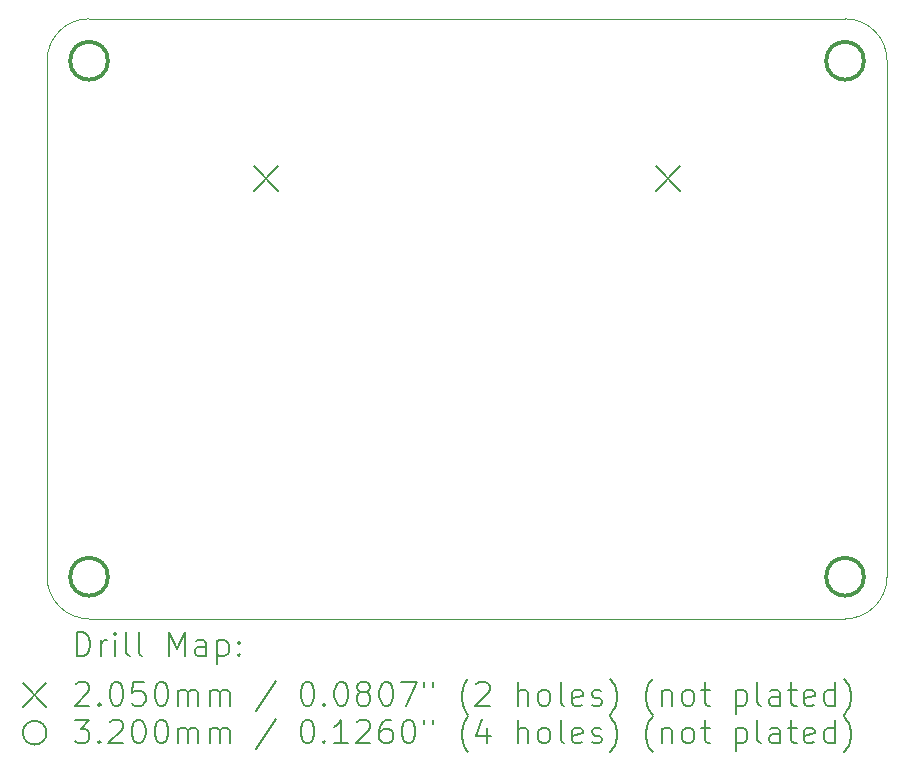
<source format=gbr>
%FSLAX45Y45*%
G04 Gerber Fmt 4.5, Leading zero omitted, Abs format (unit mm)*
G04 Created by KiCad (PCBNEW (6.0.0)) date 2022-08-18 21:48:34*
%MOMM*%
%LPD*%
G01*
G04 APERTURE LIST*
%TA.AperFunction,Profile*%
%ADD10C,0.100000*%
%TD*%
%ADD11C,0.200000*%
%ADD12C,0.205000*%
%ADD13C,0.320000*%
G04 APERTURE END LIST*
D10*
X15900400Y-8128000D02*
X9499600Y-8128000D01*
X16256000Y-3403600D02*
X16256000Y-7772400D01*
X9144000Y-7772400D02*
G75*
G03*
X9499600Y-8128000I355600J0D01*
G01*
X16256000Y-3403600D02*
G75*
G03*
X15900400Y-3048000I-355600J0D01*
G01*
X9144000Y-7772400D02*
X9144000Y-3403600D01*
X15900400Y-8128000D02*
G75*
G03*
X16256000Y-7772400I0J355600D01*
G01*
X9499600Y-3048000D02*
G75*
G03*
X9144000Y-3403600I0J-355600D01*
G01*
X9499600Y-3048000D02*
X15900400Y-3048000D01*
D11*
D12*
X10897500Y-4298800D02*
X11102500Y-4503800D01*
X11102500Y-4298800D02*
X10897500Y-4503800D01*
X14297500Y-4298800D02*
X14502500Y-4503800D01*
X14502500Y-4298800D02*
X14297500Y-4503800D01*
D13*
X9659600Y-3403600D02*
G75*
G03*
X9659600Y-3403600I-160000J0D01*
G01*
X9659600Y-7772400D02*
G75*
G03*
X9659600Y-7772400I-160000J0D01*
G01*
X16060400Y-3403600D02*
G75*
G03*
X16060400Y-3403600I-160000J0D01*
G01*
X16060400Y-7772400D02*
G75*
G03*
X16060400Y-7772400I-160000J0D01*
G01*
D11*
X9396619Y-8443476D02*
X9396619Y-8243476D01*
X9444238Y-8243476D01*
X9472810Y-8253000D01*
X9491857Y-8272048D01*
X9501381Y-8291095D01*
X9510905Y-8329190D01*
X9510905Y-8357762D01*
X9501381Y-8395857D01*
X9491857Y-8414905D01*
X9472810Y-8433952D01*
X9444238Y-8443476D01*
X9396619Y-8443476D01*
X9596619Y-8443476D02*
X9596619Y-8310143D01*
X9596619Y-8348238D02*
X9606143Y-8329190D01*
X9615667Y-8319667D01*
X9634714Y-8310143D01*
X9653762Y-8310143D01*
X9720429Y-8443476D02*
X9720429Y-8310143D01*
X9720429Y-8243476D02*
X9710905Y-8253000D01*
X9720429Y-8262524D01*
X9729952Y-8253000D01*
X9720429Y-8243476D01*
X9720429Y-8262524D01*
X9844238Y-8443476D02*
X9825190Y-8433952D01*
X9815667Y-8414905D01*
X9815667Y-8243476D01*
X9949000Y-8443476D02*
X9929952Y-8433952D01*
X9920429Y-8414905D01*
X9920429Y-8243476D01*
X10177571Y-8443476D02*
X10177571Y-8243476D01*
X10244238Y-8386333D01*
X10310905Y-8243476D01*
X10310905Y-8443476D01*
X10491857Y-8443476D02*
X10491857Y-8338714D01*
X10482333Y-8319667D01*
X10463286Y-8310143D01*
X10425190Y-8310143D01*
X10406143Y-8319667D01*
X10491857Y-8433952D02*
X10472810Y-8443476D01*
X10425190Y-8443476D01*
X10406143Y-8433952D01*
X10396619Y-8414905D01*
X10396619Y-8395857D01*
X10406143Y-8376809D01*
X10425190Y-8367286D01*
X10472810Y-8367286D01*
X10491857Y-8357762D01*
X10587095Y-8310143D02*
X10587095Y-8510143D01*
X10587095Y-8319667D02*
X10606143Y-8310143D01*
X10644238Y-8310143D01*
X10663286Y-8319667D01*
X10672810Y-8329190D01*
X10682333Y-8348238D01*
X10682333Y-8405381D01*
X10672810Y-8424429D01*
X10663286Y-8433952D01*
X10644238Y-8443476D01*
X10606143Y-8443476D01*
X10587095Y-8433952D01*
X10768048Y-8424429D02*
X10777571Y-8433952D01*
X10768048Y-8443476D01*
X10758524Y-8433952D01*
X10768048Y-8424429D01*
X10768048Y-8443476D01*
X10768048Y-8319667D02*
X10777571Y-8329190D01*
X10768048Y-8338714D01*
X10758524Y-8329190D01*
X10768048Y-8319667D01*
X10768048Y-8338714D01*
X8939000Y-8673000D02*
X9139000Y-8873000D01*
X9139000Y-8673000D02*
X8939000Y-8873000D01*
X9387095Y-8682524D02*
X9396619Y-8673000D01*
X9415667Y-8663476D01*
X9463286Y-8663476D01*
X9482333Y-8673000D01*
X9491857Y-8682524D01*
X9501381Y-8701571D01*
X9501381Y-8720619D01*
X9491857Y-8749190D01*
X9377571Y-8863476D01*
X9501381Y-8863476D01*
X9587095Y-8844429D02*
X9596619Y-8853952D01*
X9587095Y-8863476D01*
X9577571Y-8853952D01*
X9587095Y-8844429D01*
X9587095Y-8863476D01*
X9720429Y-8663476D02*
X9739476Y-8663476D01*
X9758524Y-8673000D01*
X9768048Y-8682524D01*
X9777571Y-8701571D01*
X9787095Y-8739667D01*
X9787095Y-8787286D01*
X9777571Y-8825381D01*
X9768048Y-8844429D01*
X9758524Y-8853952D01*
X9739476Y-8863476D01*
X9720429Y-8863476D01*
X9701381Y-8853952D01*
X9691857Y-8844429D01*
X9682333Y-8825381D01*
X9672810Y-8787286D01*
X9672810Y-8739667D01*
X9682333Y-8701571D01*
X9691857Y-8682524D01*
X9701381Y-8673000D01*
X9720429Y-8663476D01*
X9968048Y-8663476D02*
X9872810Y-8663476D01*
X9863286Y-8758714D01*
X9872810Y-8749190D01*
X9891857Y-8739667D01*
X9939476Y-8739667D01*
X9958524Y-8749190D01*
X9968048Y-8758714D01*
X9977571Y-8777762D01*
X9977571Y-8825381D01*
X9968048Y-8844429D01*
X9958524Y-8853952D01*
X9939476Y-8863476D01*
X9891857Y-8863476D01*
X9872810Y-8853952D01*
X9863286Y-8844429D01*
X10101381Y-8663476D02*
X10120429Y-8663476D01*
X10139476Y-8673000D01*
X10149000Y-8682524D01*
X10158524Y-8701571D01*
X10168048Y-8739667D01*
X10168048Y-8787286D01*
X10158524Y-8825381D01*
X10149000Y-8844429D01*
X10139476Y-8853952D01*
X10120429Y-8863476D01*
X10101381Y-8863476D01*
X10082333Y-8853952D01*
X10072810Y-8844429D01*
X10063286Y-8825381D01*
X10053762Y-8787286D01*
X10053762Y-8739667D01*
X10063286Y-8701571D01*
X10072810Y-8682524D01*
X10082333Y-8673000D01*
X10101381Y-8663476D01*
X10253762Y-8863476D02*
X10253762Y-8730143D01*
X10253762Y-8749190D02*
X10263286Y-8739667D01*
X10282333Y-8730143D01*
X10310905Y-8730143D01*
X10329952Y-8739667D01*
X10339476Y-8758714D01*
X10339476Y-8863476D01*
X10339476Y-8758714D02*
X10349000Y-8739667D01*
X10368048Y-8730143D01*
X10396619Y-8730143D01*
X10415667Y-8739667D01*
X10425190Y-8758714D01*
X10425190Y-8863476D01*
X10520429Y-8863476D02*
X10520429Y-8730143D01*
X10520429Y-8749190D02*
X10529952Y-8739667D01*
X10549000Y-8730143D01*
X10577571Y-8730143D01*
X10596619Y-8739667D01*
X10606143Y-8758714D01*
X10606143Y-8863476D01*
X10606143Y-8758714D02*
X10615667Y-8739667D01*
X10634714Y-8730143D01*
X10663286Y-8730143D01*
X10682333Y-8739667D01*
X10691857Y-8758714D01*
X10691857Y-8863476D01*
X11082333Y-8653952D02*
X10910905Y-8911095D01*
X11339476Y-8663476D02*
X11358524Y-8663476D01*
X11377571Y-8673000D01*
X11387095Y-8682524D01*
X11396619Y-8701571D01*
X11406143Y-8739667D01*
X11406143Y-8787286D01*
X11396619Y-8825381D01*
X11387095Y-8844429D01*
X11377571Y-8853952D01*
X11358524Y-8863476D01*
X11339476Y-8863476D01*
X11320428Y-8853952D01*
X11310905Y-8844429D01*
X11301381Y-8825381D01*
X11291857Y-8787286D01*
X11291857Y-8739667D01*
X11301381Y-8701571D01*
X11310905Y-8682524D01*
X11320428Y-8673000D01*
X11339476Y-8663476D01*
X11491857Y-8844429D02*
X11501381Y-8853952D01*
X11491857Y-8863476D01*
X11482333Y-8853952D01*
X11491857Y-8844429D01*
X11491857Y-8863476D01*
X11625190Y-8663476D02*
X11644238Y-8663476D01*
X11663286Y-8673000D01*
X11672809Y-8682524D01*
X11682333Y-8701571D01*
X11691857Y-8739667D01*
X11691857Y-8787286D01*
X11682333Y-8825381D01*
X11672809Y-8844429D01*
X11663286Y-8853952D01*
X11644238Y-8863476D01*
X11625190Y-8863476D01*
X11606143Y-8853952D01*
X11596619Y-8844429D01*
X11587095Y-8825381D01*
X11577571Y-8787286D01*
X11577571Y-8739667D01*
X11587095Y-8701571D01*
X11596619Y-8682524D01*
X11606143Y-8673000D01*
X11625190Y-8663476D01*
X11806143Y-8749190D02*
X11787095Y-8739667D01*
X11777571Y-8730143D01*
X11768048Y-8711095D01*
X11768048Y-8701571D01*
X11777571Y-8682524D01*
X11787095Y-8673000D01*
X11806143Y-8663476D01*
X11844238Y-8663476D01*
X11863286Y-8673000D01*
X11872809Y-8682524D01*
X11882333Y-8701571D01*
X11882333Y-8711095D01*
X11872809Y-8730143D01*
X11863286Y-8739667D01*
X11844238Y-8749190D01*
X11806143Y-8749190D01*
X11787095Y-8758714D01*
X11777571Y-8768238D01*
X11768048Y-8787286D01*
X11768048Y-8825381D01*
X11777571Y-8844429D01*
X11787095Y-8853952D01*
X11806143Y-8863476D01*
X11844238Y-8863476D01*
X11863286Y-8853952D01*
X11872809Y-8844429D01*
X11882333Y-8825381D01*
X11882333Y-8787286D01*
X11872809Y-8768238D01*
X11863286Y-8758714D01*
X11844238Y-8749190D01*
X12006143Y-8663476D02*
X12025190Y-8663476D01*
X12044238Y-8673000D01*
X12053762Y-8682524D01*
X12063286Y-8701571D01*
X12072809Y-8739667D01*
X12072809Y-8787286D01*
X12063286Y-8825381D01*
X12053762Y-8844429D01*
X12044238Y-8853952D01*
X12025190Y-8863476D01*
X12006143Y-8863476D01*
X11987095Y-8853952D01*
X11977571Y-8844429D01*
X11968048Y-8825381D01*
X11958524Y-8787286D01*
X11958524Y-8739667D01*
X11968048Y-8701571D01*
X11977571Y-8682524D01*
X11987095Y-8673000D01*
X12006143Y-8663476D01*
X12139476Y-8663476D02*
X12272809Y-8663476D01*
X12187095Y-8863476D01*
X12339476Y-8663476D02*
X12339476Y-8701571D01*
X12415667Y-8663476D02*
X12415667Y-8701571D01*
X12710905Y-8939667D02*
X12701381Y-8930143D01*
X12682333Y-8901571D01*
X12672809Y-8882524D01*
X12663286Y-8853952D01*
X12653762Y-8806333D01*
X12653762Y-8768238D01*
X12663286Y-8720619D01*
X12672809Y-8692048D01*
X12682333Y-8673000D01*
X12701381Y-8644429D01*
X12710905Y-8634905D01*
X12777571Y-8682524D02*
X12787095Y-8673000D01*
X12806143Y-8663476D01*
X12853762Y-8663476D01*
X12872809Y-8673000D01*
X12882333Y-8682524D01*
X12891857Y-8701571D01*
X12891857Y-8720619D01*
X12882333Y-8749190D01*
X12768048Y-8863476D01*
X12891857Y-8863476D01*
X13129952Y-8863476D02*
X13129952Y-8663476D01*
X13215667Y-8863476D02*
X13215667Y-8758714D01*
X13206143Y-8739667D01*
X13187095Y-8730143D01*
X13158524Y-8730143D01*
X13139476Y-8739667D01*
X13129952Y-8749190D01*
X13339476Y-8863476D02*
X13320428Y-8853952D01*
X13310905Y-8844429D01*
X13301381Y-8825381D01*
X13301381Y-8768238D01*
X13310905Y-8749190D01*
X13320428Y-8739667D01*
X13339476Y-8730143D01*
X13368048Y-8730143D01*
X13387095Y-8739667D01*
X13396619Y-8749190D01*
X13406143Y-8768238D01*
X13406143Y-8825381D01*
X13396619Y-8844429D01*
X13387095Y-8853952D01*
X13368048Y-8863476D01*
X13339476Y-8863476D01*
X13520428Y-8863476D02*
X13501381Y-8853952D01*
X13491857Y-8834905D01*
X13491857Y-8663476D01*
X13672809Y-8853952D02*
X13653762Y-8863476D01*
X13615667Y-8863476D01*
X13596619Y-8853952D01*
X13587095Y-8834905D01*
X13587095Y-8758714D01*
X13596619Y-8739667D01*
X13615667Y-8730143D01*
X13653762Y-8730143D01*
X13672809Y-8739667D01*
X13682333Y-8758714D01*
X13682333Y-8777762D01*
X13587095Y-8796810D01*
X13758524Y-8853952D02*
X13777571Y-8863476D01*
X13815667Y-8863476D01*
X13834714Y-8853952D01*
X13844238Y-8834905D01*
X13844238Y-8825381D01*
X13834714Y-8806333D01*
X13815667Y-8796810D01*
X13787095Y-8796810D01*
X13768048Y-8787286D01*
X13758524Y-8768238D01*
X13758524Y-8758714D01*
X13768048Y-8739667D01*
X13787095Y-8730143D01*
X13815667Y-8730143D01*
X13834714Y-8739667D01*
X13910905Y-8939667D02*
X13920428Y-8930143D01*
X13939476Y-8901571D01*
X13949000Y-8882524D01*
X13958524Y-8853952D01*
X13968048Y-8806333D01*
X13968048Y-8768238D01*
X13958524Y-8720619D01*
X13949000Y-8692048D01*
X13939476Y-8673000D01*
X13920428Y-8644429D01*
X13910905Y-8634905D01*
X14272809Y-8939667D02*
X14263286Y-8930143D01*
X14244238Y-8901571D01*
X14234714Y-8882524D01*
X14225190Y-8853952D01*
X14215667Y-8806333D01*
X14215667Y-8768238D01*
X14225190Y-8720619D01*
X14234714Y-8692048D01*
X14244238Y-8673000D01*
X14263286Y-8644429D01*
X14272809Y-8634905D01*
X14349000Y-8730143D02*
X14349000Y-8863476D01*
X14349000Y-8749190D02*
X14358524Y-8739667D01*
X14377571Y-8730143D01*
X14406143Y-8730143D01*
X14425190Y-8739667D01*
X14434714Y-8758714D01*
X14434714Y-8863476D01*
X14558524Y-8863476D02*
X14539476Y-8853952D01*
X14529952Y-8844429D01*
X14520428Y-8825381D01*
X14520428Y-8768238D01*
X14529952Y-8749190D01*
X14539476Y-8739667D01*
X14558524Y-8730143D01*
X14587095Y-8730143D01*
X14606143Y-8739667D01*
X14615667Y-8749190D01*
X14625190Y-8768238D01*
X14625190Y-8825381D01*
X14615667Y-8844429D01*
X14606143Y-8853952D01*
X14587095Y-8863476D01*
X14558524Y-8863476D01*
X14682333Y-8730143D02*
X14758524Y-8730143D01*
X14710905Y-8663476D02*
X14710905Y-8834905D01*
X14720428Y-8853952D01*
X14739476Y-8863476D01*
X14758524Y-8863476D01*
X14977571Y-8730143D02*
X14977571Y-8930143D01*
X14977571Y-8739667D02*
X14996619Y-8730143D01*
X15034714Y-8730143D01*
X15053762Y-8739667D01*
X15063286Y-8749190D01*
X15072809Y-8768238D01*
X15072809Y-8825381D01*
X15063286Y-8844429D01*
X15053762Y-8853952D01*
X15034714Y-8863476D01*
X14996619Y-8863476D01*
X14977571Y-8853952D01*
X15187095Y-8863476D02*
X15168048Y-8853952D01*
X15158524Y-8834905D01*
X15158524Y-8663476D01*
X15349000Y-8863476D02*
X15349000Y-8758714D01*
X15339476Y-8739667D01*
X15320428Y-8730143D01*
X15282333Y-8730143D01*
X15263286Y-8739667D01*
X15349000Y-8853952D02*
X15329952Y-8863476D01*
X15282333Y-8863476D01*
X15263286Y-8853952D01*
X15253762Y-8834905D01*
X15253762Y-8815857D01*
X15263286Y-8796810D01*
X15282333Y-8787286D01*
X15329952Y-8787286D01*
X15349000Y-8777762D01*
X15415667Y-8730143D02*
X15491857Y-8730143D01*
X15444238Y-8663476D02*
X15444238Y-8834905D01*
X15453762Y-8853952D01*
X15472809Y-8863476D01*
X15491857Y-8863476D01*
X15634714Y-8853952D02*
X15615667Y-8863476D01*
X15577571Y-8863476D01*
X15558524Y-8853952D01*
X15549000Y-8834905D01*
X15549000Y-8758714D01*
X15558524Y-8739667D01*
X15577571Y-8730143D01*
X15615667Y-8730143D01*
X15634714Y-8739667D01*
X15644238Y-8758714D01*
X15644238Y-8777762D01*
X15549000Y-8796810D01*
X15815667Y-8863476D02*
X15815667Y-8663476D01*
X15815667Y-8853952D02*
X15796619Y-8863476D01*
X15758524Y-8863476D01*
X15739476Y-8853952D01*
X15729952Y-8844429D01*
X15720428Y-8825381D01*
X15720428Y-8768238D01*
X15729952Y-8749190D01*
X15739476Y-8739667D01*
X15758524Y-8730143D01*
X15796619Y-8730143D01*
X15815667Y-8739667D01*
X15891857Y-8939667D02*
X15901381Y-8930143D01*
X15920428Y-8901571D01*
X15929952Y-8882524D01*
X15939476Y-8853952D01*
X15949000Y-8806333D01*
X15949000Y-8768238D01*
X15939476Y-8720619D01*
X15929952Y-8692048D01*
X15920428Y-8673000D01*
X15901381Y-8644429D01*
X15891857Y-8634905D01*
X9139000Y-9093000D02*
G75*
G03*
X9139000Y-9093000I-100000J0D01*
G01*
X9377571Y-8983476D02*
X9501381Y-8983476D01*
X9434714Y-9059667D01*
X9463286Y-9059667D01*
X9482333Y-9069190D01*
X9491857Y-9078714D01*
X9501381Y-9097762D01*
X9501381Y-9145381D01*
X9491857Y-9164429D01*
X9482333Y-9173952D01*
X9463286Y-9183476D01*
X9406143Y-9183476D01*
X9387095Y-9173952D01*
X9377571Y-9164429D01*
X9587095Y-9164429D02*
X9596619Y-9173952D01*
X9587095Y-9183476D01*
X9577571Y-9173952D01*
X9587095Y-9164429D01*
X9587095Y-9183476D01*
X9672810Y-9002524D02*
X9682333Y-8993000D01*
X9701381Y-8983476D01*
X9749000Y-8983476D01*
X9768048Y-8993000D01*
X9777571Y-9002524D01*
X9787095Y-9021571D01*
X9787095Y-9040619D01*
X9777571Y-9069190D01*
X9663286Y-9183476D01*
X9787095Y-9183476D01*
X9910905Y-8983476D02*
X9929952Y-8983476D01*
X9949000Y-8993000D01*
X9958524Y-9002524D01*
X9968048Y-9021571D01*
X9977571Y-9059667D01*
X9977571Y-9107286D01*
X9968048Y-9145381D01*
X9958524Y-9164429D01*
X9949000Y-9173952D01*
X9929952Y-9183476D01*
X9910905Y-9183476D01*
X9891857Y-9173952D01*
X9882333Y-9164429D01*
X9872810Y-9145381D01*
X9863286Y-9107286D01*
X9863286Y-9059667D01*
X9872810Y-9021571D01*
X9882333Y-9002524D01*
X9891857Y-8993000D01*
X9910905Y-8983476D01*
X10101381Y-8983476D02*
X10120429Y-8983476D01*
X10139476Y-8993000D01*
X10149000Y-9002524D01*
X10158524Y-9021571D01*
X10168048Y-9059667D01*
X10168048Y-9107286D01*
X10158524Y-9145381D01*
X10149000Y-9164429D01*
X10139476Y-9173952D01*
X10120429Y-9183476D01*
X10101381Y-9183476D01*
X10082333Y-9173952D01*
X10072810Y-9164429D01*
X10063286Y-9145381D01*
X10053762Y-9107286D01*
X10053762Y-9059667D01*
X10063286Y-9021571D01*
X10072810Y-9002524D01*
X10082333Y-8993000D01*
X10101381Y-8983476D01*
X10253762Y-9183476D02*
X10253762Y-9050143D01*
X10253762Y-9069190D02*
X10263286Y-9059667D01*
X10282333Y-9050143D01*
X10310905Y-9050143D01*
X10329952Y-9059667D01*
X10339476Y-9078714D01*
X10339476Y-9183476D01*
X10339476Y-9078714D02*
X10349000Y-9059667D01*
X10368048Y-9050143D01*
X10396619Y-9050143D01*
X10415667Y-9059667D01*
X10425190Y-9078714D01*
X10425190Y-9183476D01*
X10520429Y-9183476D02*
X10520429Y-9050143D01*
X10520429Y-9069190D02*
X10529952Y-9059667D01*
X10549000Y-9050143D01*
X10577571Y-9050143D01*
X10596619Y-9059667D01*
X10606143Y-9078714D01*
X10606143Y-9183476D01*
X10606143Y-9078714D02*
X10615667Y-9059667D01*
X10634714Y-9050143D01*
X10663286Y-9050143D01*
X10682333Y-9059667D01*
X10691857Y-9078714D01*
X10691857Y-9183476D01*
X11082333Y-8973952D02*
X10910905Y-9231095D01*
X11339476Y-8983476D02*
X11358524Y-8983476D01*
X11377571Y-8993000D01*
X11387095Y-9002524D01*
X11396619Y-9021571D01*
X11406143Y-9059667D01*
X11406143Y-9107286D01*
X11396619Y-9145381D01*
X11387095Y-9164429D01*
X11377571Y-9173952D01*
X11358524Y-9183476D01*
X11339476Y-9183476D01*
X11320428Y-9173952D01*
X11310905Y-9164429D01*
X11301381Y-9145381D01*
X11291857Y-9107286D01*
X11291857Y-9059667D01*
X11301381Y-9021571D01*
X11310905Y-9002524D01*
X11320428Y-8993000D01*
X11339476Y-8983476D01*
X11491857Y-9164429D02*
X11501381Y-9173952D01*
X11491857Y-9183476D01*
X11482333Y-9173952D01*
X11491857Y-9164429D01*
X11491857Y-9183476D01*
X11691857Y-9183476D02*
X11577571Y-9183476D01*
X11634714Y-9183476D02*
X11634714Y-8983476D01*
X11615667Y-9012048D01*
X11596619Y-9031095D01*
X11577571Y-9040619D01*
X11768048Y-9002524D02*
X11777571Y-8993000D01*
X11796619Y-8983476D01*
X11844238Y-8983476D01*
X11863286Y-8993000D01*
X11872809Y-9002524D01*
X11882333Y-9021571D01*
X11882333Y-9040619D01*
X11872809Y-9069190D01*
X11758524Y-9183476D01*
X11882333Y-9183476D01*
X12053762Y-8983476D02*
X12015667Y-8983476D01*
X11996619Y-8993000D01*
X11987095Y-9002524D01*
X11968048Y-9031095D01*
X11958524Y-9069190D01*
X11958524Y-9145381D01*
X11968048Y-9164429D01*
X11977571Y-9173952D01*
X11996619Y-9183476D01*
X12034714Y-9183476D01*
X12053762Y-9173952D01*
X12063286Y-9164429D01*
X12072809Y-9145381D01*
X12072809Y-9097762D01*
X12063286Y-9078714D01*
X12053762Y-9069190D01*
X12034714Y-9059667D01*
X11996619Y-9059667D01*
X11977571Y-9069190D01*
X11968048Y-9078714D01*
X11958524Y-9097762D01*
X12196619Y-8983476D02*
X12215667Y-8983476D01*
X12234714Y-8993000D01*
X12244238Y-9002524D01*
X12253762Y-9021571D01*
X12263286Y-9059667D01*
X12263286Y-9107286D01*
X12253762Y-9145381D01*
X12244238Y-9164429D01*
X12234714Y-9173952D01*
X12215667Y-9183476D01*
X12196619Y-9183476D01*
X12177571Y-9173952D01*
X12168048Y-9164429D01*
X12158524Y-9145381D01*
X12149000Y-9107286D01*
X12149000Y-9059667D01*
X12158524Y-9021571D01*
X12168048Y-9002524D01*
X12177571Y-8993000D01*
X12196619Y-8983476D01*
X12339476Y-8983476D02*
X12339476Y-9021571D01*
X12415667Y-8983476D02*
X12415667Y-9021571D01*
X12710905Y-9259667D02*
X12701381Y-9250143D01*
X12682333Y-9221571D01*
X12672809Y-9202524D01*
X12663286Y-9173952D01*
X12653762Y-9126333D01*
X12653762Y-9088238D01*
X12663286Y-9040619D01*
X12672809Y-9012048D01*
X12682333Y-8993000D01*
X12701381Y-8964429D01*
X12710905Y-8954905D01*
X12872809Y-9050143D02*
X12872809Y-9183476D01*
X12825190Y-8973952D02*
X12777571Y-9116810D01*
X12901381Y-9116810D01*
X13129952Y-9183476D02*
X13129952Y-8983476D01*
X13215667Y-9183476D02*
X13215667Y-9078714D01*
X13206143Y-9059667D01*
X13187095Y-9050143D01*
X13158524Y-9050143D01*
X13139476Y-9059667D01*
X13129952Y-9069190D01*
X13339476Y-9183476D02*
X13320428Y-9173952D01*
X13310905Y-9164429D01*
X13301381Y-9145381D01*
X13301381Y-9088238D01*
X13310905Y-9069190D01*
X13320428Y-9059667D01*
X13339476Y-9050143D01*
X13368048Y-9050143D01*
X13387095Y-9059667D01*
X13396619Y-9069190D01*
X13406143Y-9088238D01*
X13406143Y-9145381D01*
X13396619Y-9164429D01*
X13387095Y-9173952D01*
X13368048Y-9183476D01*
X13339476Y-9183476D01*
X13520428Y-9183476D02*
X13501381Y-9173952D01*
X13491857Y-9154905D01*
X13491857Y-8983476D01*
X13672809Y-9173952D02*
X13653762Y-9183476D01*
X13615667Y-9183476D01*
X13596619Y-9173952D01*
X13587095Y-9154905D01*
X13587095Y-9078714D01*
X13596619Y-9059667D01*
X13615667Y-9050143D01*
X13653762Y-9050143D01*
X13672809Y-9059667D01*
X13682333Y-9078714D01*
X13682333Y-9097762D01*
X13587095Y-9116810D01*
X13758524Y-9173952D02*
X13777571Y-9183476D01*
X13815667Y-9183476D01*
X13834714Y-9173952D01*
X13844238Y-9154905D01*
X13844238Y-9145381D01*
X13834714Y-9126333D01*
X13815667Y-9116810D01*
X13787095Y-9116810D01*
X13768048Y-9107286D01*
X13758524Y-9088238D01*
X13758524Y-9078714D01*
X13768048Y-9059667D01*
X13787095Y-9050143D01*
X13815667Y-9050143D01*
X13834714Y-9059667D01*
X13910905Y-9259667D02*
X13920428Y-9250143D01*
X13939476Y-9221571D01*
X13949000Y-9202524D01*
X13958524Y-9173952D01*
X13968048Y-9126333D01*
X13968048Y-9088238D01*
X13958524Y-9040619D01*
X13949000Y-9012048D01*
X13939476Y-8993000D01*
X13920428Y-8964429D01*
X13910905Y-8954905D01*
X14272809Y-9259667D02*
X14263286Y-9250143D01*
X14244238Y-9221571D01*
X14234714Y-9202524D01*
X14225190Y-9173952D01*
X14215667Y-9126333D01*
X14215667Y-9088238D01*
X14225190Y-9040619D01*
X14234714Y-9012048D01*
X14244238Y-8993000D01*
X14263286Y-8964429D01*
X14272809Y-8954905D01*
X14349000Y-9050143D02*
X14349000Y-9183476D01*
X14349000Y-9069190D02*
X14358524Y-9059667D01*
X14377571Y-9050143D01*
X14406143Y-9050143D01*
X14425190Y-9059667D01*
X14434714Y-9078714D01*
X14434714Y-9183476D01*
X14558524Y-9183476D02*
X14539476Y-9173952D01*
X14529952Y-9164429D01*
X14520428Y-9145381D01*
X14520428Y-9088238D01*
X14529952Y-9069190D01*
X14539476Y-9059667D01*
X14558524Y-9050143D01*
X14587095Y-9050143D01*
X14606143Y-9059667D01*
X14615667Y-9069190D01*
X14625190Y-9088238D01*
X14625190Y-9145381D01*
X14615667Y-9164429D01*
X14606143Y-9173952D01*
X14587095Y-9183476D01*
X14558524Y-9183476D01*
X14682333Y-9050143D02*
X14758524Y-9050143D01*
X14710905Y-8983476D02*
X14710905Y-9154905D01*
X14720428Y-9173952D01*
X14739476Y-9183476D01*
X14758524Y-9183476D01*
X14977571Y-9050143D02*
X14977571Y-9250143D01*
X14977571Y-9059667D02*
X14996619Y-9050143D01*
X15034714Y-9050143D01*
X15053762Y-9059667D01*
X15063286Y-9069190D01*
X15072809Y-9088238D01*
X15072809Y-9145381D01*
X15063286Y-9164429D01*
X15053762Y-9173952D01*
X15034714Y-9183476D01*
X14996619Y-9183476D01*
X14977571Y-9173952D01*
X15187095Y-9183476D02*
X15168048Y-9173952D01*
X15158524Y-9154905D01*
X15158524Y-8983476D01*
X15349000Y-9183476D02*
X15349000Y-9078714D01*
X15339476Y-9059667D01*
X15320428Y-9050143D01*
X15282333Y-9050143D01*
X15263286Y-9059667D01*
X15349000Y-9173952D02*
X15329952Y-9183476D01*
X15282333Y-9183476D01*
X15263286Y-9173952D01*
X15253762Y-9154905D01*
X15253762Y-9135857D01*
X15263286Y-9116810D01*
X15282333Y-9107286D01*
X15329952Y-9107286D01*
X15349000Y-9097762D01*
X15415667Y-9050143D02*
X15491857Y-9050143D01*
X15444238Y-8983476D02*
X15444238Y-9154905D01*
X15453762Y-9173952D01*
X15472809Y-9183476D01*
X15491857Y-9183476D01*
X15634714Y-9173952D02*
X15615667Y-9183476D01*
X15577571Y-9183476D01*
X15558524Y-9173952D01*
X15549000Y-9154905D01*
X15549000Y-9078714D01*
X15558524Y-9059667D01*
X15577571Y-9050143D01*
X15615667Y-9050143D01*
X15634714Y-9059667D01*
X15644238Y-9078714D01*
X15644238Y-9097762D01*
X15549000Y-9116810D01*
X15815667Y-9183476D02*
X15815667Y-8983476D01*
X15815667Y-9173952D02*
X15796619Y-9183476D01*
X15758524Y-9183476D01*
X15739476Y-9173952D01*
X15729952Y-9164429D01*
X15720428Y-9145381D01*
X15720428Y-9088238D01*
X15729952Y-9069190D01*
X15739476Y-9059667D01*
X15758524Y-9050143D01*
X15796619Y-9050143D01*
X15815667Y-9059667D01*
X15891857Y-9259667D02*
X15901381Y-9250143D01*
X15920428Y-9221571D01*
X15929952Y-9202524D01*
X15939476Y-9173952D01*
X15949000Y-9126333D01*
X15949000Y-9088238D01*
X15939476Y-9040619D01*
X15929952Y-9012048D01*
X15920428Y-8993000D01*
X15901381Y-8964429D01*
X15891857Y-8954905D01*
M02*

</source>
